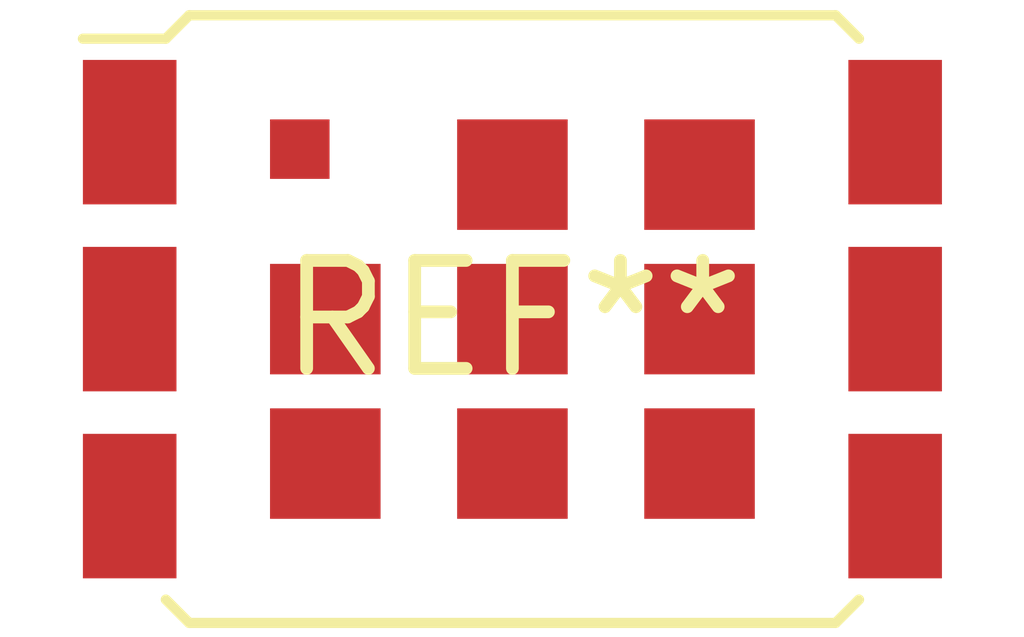
<source format=kicad_pcb>
(kicad_pcb (version 20240108) (generator pcbnew)
  (layers (0 "F.Cu" signal) (31 "B.Cu" signal) (34 "B.Paste" user) (35 "F.Paste" user) (36 "B.SilkS" user "B.Silkscreen") (37 "F.SilkS" user "F.Silkscreen") (38 "B.Mask" user) (39 "F.Mask" user) (44 "Edge.Cuts" user))
  (net 0 "")
  (footprint "DirectFET_LA" (layer "F.Cu") (at 0 0)
    (property "Reference" "REF**")
    (property "Value" "DirectFET_LA")
    (fp_line (start -5.05 -3.3) (end -4.075 -3.3) (layer "F.SilkS") (stroke (width 0.12)))
    (fp_line (start -4.075 -3.3) (end -3.8 -3.575) (layer "F.SilkS") (stroke (width 0.12)))
    (fp_line (start -4.075 3.3) (end -3.8 3.575) (layer "F.SilkS") (stroke (width 0.12)))
    (fp_line (start 3.8 -3.575) (end -3.8 -3.575) (layer "F.SilkS") (stroke (width 0.12)))
    (fp_line (start 3.8 3.575) (end -3.8 3.575) (layer "F.SilkS") (stroke (width 0.12)))
    (fp_line (start 4.075 -3.3) (end 3.8 -3.575) (layer "F.SilkS") (stroke (width 0.12)))
    (fp_line (start 4.075 3.3) (end 3.8 3.575) (layer "F.SilkS") (stroke (width 0.12)))
    (pad "1" smd rect (at -4.5 -2.2) (size 1.1 1.7) (layers "F.Cu" "F.Paste" "F.Mask"))
    (pad "1" smd rect (at -4.5 0) (size 1.1 1.7) (layers "F.Cu" "F.Paste" "F.Mask"))
    (pad "1" smd rect (at -4.5 2.2) (size 1.1 1.7) (layers "F.Cu" "F.Paste" "F.Mask"))
    (pad "1" smd rect (at 4.5 -2.2) (size 1.1 1.7) (layers "F.Cu" "F.Paste" "F.Mask"))
    (pad "1" smd rect (at 4.5 0) (size 1.1 1.7) (layers "F.Cu" "F.Paste" "F.Mask"))
    (pad "1" smd rect (at 4.5 2.2) (size 1.1 1.7) (layers "F.Cu" "F.Paste" "F.Mask"))
    (pad "2" smd rect (at -2.5 -2) (size 0.7 0.7) (layers "F.Cu" "F.Paste" "F.Mask"))
    (pad "3" smd rect (at -2.2 0) (size 1.3 1.3) (layers "F.Cu" "F.Paste" "F.Mask"))
    (pad "3" smd rect (at -2.2 1.7) (size 1.3 1.3) (layers "F.Cu" "F.Paste" "F.Mask"))
    (pad "3" smd rect (at 0 -1.7) (size 1.3 1.3) (layers "F.Cu" "F.Paste" "F.Mask"))
    (pad "3" smd rect (at 0 0) (size 1.3 1.3) (layers "F.Cu" "F.Paste" "F.Mask"))
    (pad "3" smd rect (at 0 1.7) (size 1.3 1.3) (layers "F.Cu" "F.Paste" "F.Mask"))
    (pad "3" smd rect (at 2.2 -1.7) (size 1.3 1.3) (layers "F.Cu" "F.Paste" "F.Mask"))
    (pad "3" smd rect (at 2.2 0) (size 1.3 1.3) (layers "F.Cu" "F.Paste" "F.Mask"))
    (pad "3" smd rect (at 2.2 1.7) (size 1.3 1.3) (layers "F.Cu" "F.Paste" "F.Mask"))
  )
)
</source>
